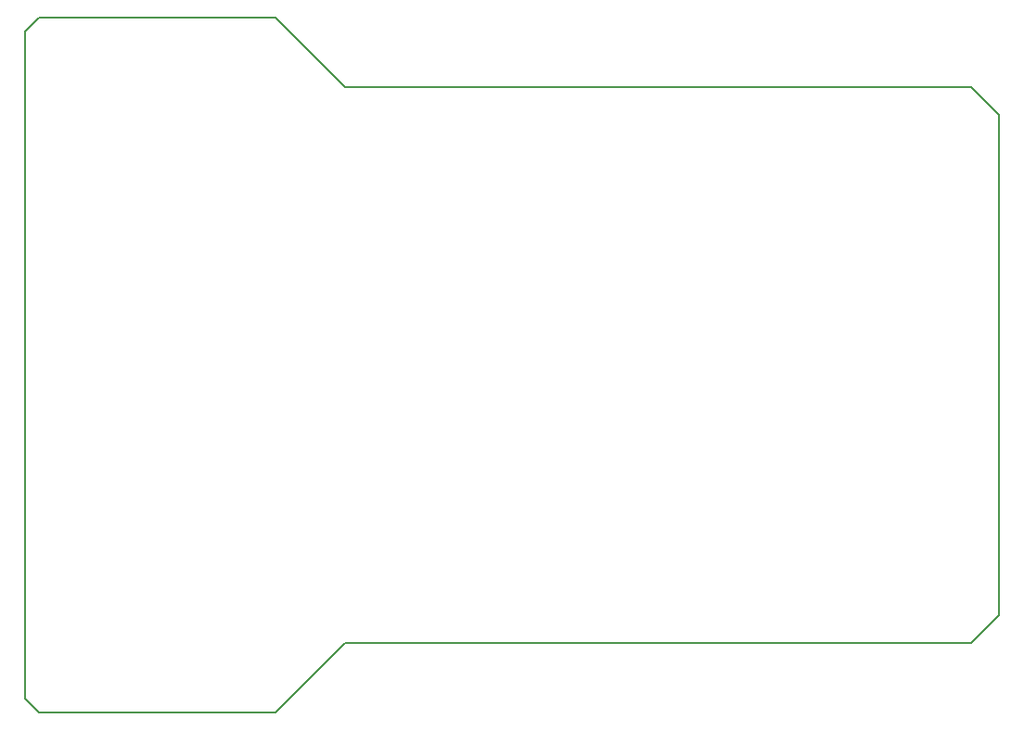
<source format=gbr>
G04 #@! TF.GenerationSoftware,KiCad,Pcbnew,(5.1.2)-2*
G04 #@! TF.CreationDate,2019-07-24T13:36:26-05:00*
G04 #@! TF.ProjectId,ECE 597 PCB,45434520-3539-4372-9050-43422e6b6963,rev?*
G04 #@! TF.SameCoordinates,Original*
G04 #@! TF.FileFunction,Profile,NP*
%FSLAX46Y46*%
G04 Gerber Fmt 4.6, Leading zero omitted, Abs format (unit mm)*
G04 Created by KiCad (PCBNEW (5.1.2)-2) date 2019-07-24 13:36:26*
%MOMM*%
%LPD*%
G04 APERTURE LIST*
%ADD10C,0.150000*%
G04 APERTURE END LIST*
D10*
X161760000Y-75080000D02*
X161760000Y-85240000D01*
X159220000Y-72540000D02*
X161760000Y-75080000D01*
X146520000Y-72540000D02*
X159220000Y-72540000D01*
X161760000Y-120800000D02*
X161760000Y-110640000D01*
X159220000Y-123340000D02*
X161760000Y-120800000D01*
X141440000Y-123340000D02*
X159220000Y-123340000D01*
X161760000Y-85240000D02*
X161760000Y-110640000D01*
X146520000Y-72540000D02*
X141440000Y-72540000D01*
X102070000Y-72540000D02*
X141440000Y-72540000D01*
X95720000Y-66190000D02*
X102070000Y-72540000D01*
X94450000Y-66190000D02*
X95720000Y-66190000D01*
X74130000Y-66190000D02*
X94450000Y-66190000D01*
X72860000Y-67460000D02*
X74130000Y-66190000D01*
X72860000Y-128420000D02*
X72860000Y-67460000D01*
X74130000Y-129690000D02*
X72860000Y-128420000D01*
X95720000Y-129690000D02*
X74130000Y-129690000D01*
X102070000Y-123340000D02*
X95720000Y-129690000D01*
X141440000Y-123340000D02*
X102070000Y-123340000D01*
M02*

</source>
